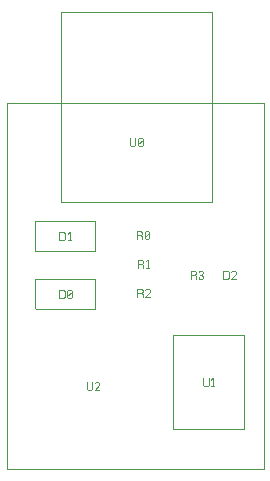
<source format=gto>
G75*
G71*
%OFA0B0*%
%FSLAX23Y23*%
%IPPOS*%
%LPD*%
%ADD10C,0.1*%
%ADD11C,0.111*%
%ADD12C,0.05*%
%LPD*%D10*
X0Y0D02*
X0Y100D01*
X0Y199D01*
X0Y299D01*
X0Y399D01*
X0Y498D01*
X0Y598D01*
X0Y698D01*
X0Y798D01*
X0Y897D01*
X0Y997D01*
X0Y1097D01*
X0Y1196D01*
X0Y1296D01*
X0Y1396D01*
X0Y1495D01*
X0Y1595D01*
X0Y1695D01*
X0Y1795D01*
X0Y1894D01*
X0Y1994D01*
X0Y2094D01*
X0Y2193D01*
X0Y2293D01*
X0Y2393D01*
X0Y2492D01*
X0Y2592D01*
X0Y2692D01*
X0Y2791D01*
X0Y2891D01*
X0Y2991D01*
X0Y3091D01*
X0Y3190D01*
X0Y3290D01*
X0Y3390D01*
X0Y3489D01*
X0Y3589D01*
X0Y3689D01*
X0Y3788D01*
X0Y3888D01*
X0Y3988D01*
X0Y4088D01*
X0Y4187D01*
X0Y4287D01*
X0Y4387D01*
X0Y4486D01*
X0Y4586D01*
X0Y4686D01*
X0Y4785D01*
X0Y4885D01*
X0Y4985D01*
X0Y5084D01*
X0Y5184D01*
X0Y5284D01*
X0Y5384D01*
X0Y5483D01*
X0Y5583D01*
X0Y5683D01*
X0Y5782D01*
X0Y5882D01*
X0Y5982D01*
X0Y6081D01*
X0Y6181D01*
X0Y6281D01*
X0Y6380D01*
X0Y6480D01*
X0Y6580D01*
X0Y6680D01*
X0Y6779D01*
X0Y6879D01*
X0Y6979D01*
X0Y7078D01*
X0Y7178D01*
X0Y7278D01*
X0Y7377D01*
X0Y7477D01*
X0Y7577D01*
X0Y7677D01*
X0Y7776D01*
X0Y7876D01*
X0Y7976D01*
X0Y8075D01*
X0Y8175D01*
X0Y8275D01*
X0Y8374D01*
X0Y8474D01*
X0Y8574D01*
X0Y8673D01*
X0Y8773D01*
X0Y8873D01*
X0Y8973D01*
X0Y9072D01*
X0Y9172D01*
X0Y9272D01*
X0Y9371D01*
X0Y9471D01*
X0Y9571D01*
X0Y9670D01*
X0Y9770D01*
X0Y9870D01*
X0Y9970D01*
X0Y10069D01*
X0Y10169D01*
X0Y10269D01*
X0Y10368D01*
X0Y10468D01*
X0Y10568D01*
X0Y10667D01*
X0Y10767D01*
X0Y10867D01*
X0Y10966D01*
X0Y11066D01*
X0Y11166D01*
X0Y11266D01*
X0Y11365D01*
X0Y11465D01*
X0Y11565D01*
X0Y11664D01*
X0Y11764D01*
X0Y11864D01*
X0Y11963D01*
X0Y12063D01*
X0Y12163D01*
X0Y12262D01*
X0Y12362D01*
X0Y12462D01*
X0Y12562D01*
X0Y12661D01*
X0Y12761D01*
X0Y12861D01*
X0Y12960D01*
X0Y13060D01*
X0Y13160D01*
X0Y13259D01*
X0Y13359D01*
X0Y13459D01*
X0Y13559D01*
X0Y13658D01*
X0Y13758D01*
X0Y13858D01*
X0Y13957D01*
X0Y14057D01*
X0Y14157D01*
X0Y14256D01*
X0Y14356D01*
X0Y14456D01*
X0Y14555D01*
X0Y14655D01*
X0Y14755D01*
X0Y14855D01*
X0Y14954D01*
X0Y15054D01*
X0Y15154D01*
X0Y15253D01*
X0Y15353D01*
X0Y15453D01*
X0Y15552D01*
X0Y15652D01*
X0Y15752D01*
X0Y15852D01*
X0Y15951D01*
X0Y16051D01*
X0Y16151D01*
X0Y16250D01*
X0Y16350D01*
X0Y16450D01*
X0Y16549D01*
X0Y16649D01*
X0Y16749D01*
X0Y16848D01*
X0Y16948D01*
X0Y17048D01*
X0Y17148D01*
X0Y17247D01*
X0Y17347D01*
X0Y17447D01*
X0Y17546D01*
X0Y17646D01*
X0Y17746D01*
X0Y17845D01*
X0Y17945D01*
X0Y18045D01*
X0Y18145D01*
X0Y18244D01*
X0Y18344D01*
X0Y18444D01*
X0Y18543D01*
X0Y18643D01*
X0Y18743D01*
X0Y18842D01*
X0Y18942D01*
X0Y19042D01*
X0Y19141D01*
X0Y19241D01*
X0Y19341D01*
X0Y19441D01*
X0Y19540D01*
X0Y19640D01*
X0Y19740D01*
X0Y19839D01*
X0Y19939D01*
X0Y20039D01*
X0Y20138D01*
X0Y20238D01*
X0Y20338D01*
X0Y20438D01*
X0Y20537D01*
X0Y20637D01*
X0Y20737D01*
X0Y20836D01*
X0Y20936D01*
X0Y21036D01*
X0Y21135D01*
X0Y21235D01*
X0Y21335D01*
X0Y21434D01*
X0Y21534D01*
X0Y21634D01*
X0Y21734D01*
X0Y21833D01*
X0Y21933D01*
X0Y22033D01*
X0Y22132D01*
X0Y22232D01*
X0Y22332D01*
X0Y22431D01*
X0Y22531D01*
X0Y22631D01*
X0Y22731D01*
X0Y22830D01*
X0Y22930D01*
X0Y23030D01*
X0Y23129D01*
X0Y23229D01*
X0Y23329D01*
X0Y23428D01*
X0Y23528D01*
X0Y23628D01*
X0Y23727D01*
X0Y23827D01*
X0Y23927D01*
X0Y24027D01*
X0Y24126D01*
X0Y24226D01*
X0Y24326D01*
X0Y24425D01*
X0Y24525D01*
X0Y24625D01*
X0Y24724D01*
X0Y24824D01*
X0Y24924D01*
X0Y25024D01*
X0Y25123D01*
X0Y25223D01*
X0Y25323D01*
X0Y25422D01*
X0Y25522D01*
X0Y25622D01*
X0Y25721D01*
X0Y25821D01*
X0Y25921D01*
X0Y26020D01*
X0Y26120D01*
X0Y26220D01*
X0Y26320D01*
X0Y26419D01*
X0Y26519D01*
X0Y26619D01*
X0Y26718D01*
X0Y26818D01*
X0Y26918D01*
X0Y27017D01*
X0Y27117D01*
X0Y27217D01*
X0Y27317D01*
X0Y27416D01*
X0Y27516D01*
X0Y27616D01*
X0Y27715D01*
X0Y27815D01*
X0Y27915D01*
X0Y28014D01*
X0Y28114D01*
X0Y28214D01*
X0Y28313D01*
X0Y28413D01*
X0Y28513D01*
X0Y28613D01*
X0Y28712D01*
X0Y28812D01*
X0Y28912D01*
X0Y29011D01*
X0Y29111D01*
X0Y29211D01*
X0Y29310D01*
X0Y29410D01*
X0Y29510D01*
X0Y29610D01*
X0Y29709D01*
X0Y29809D01*
X0Y29909D01*
X0Y30008D01*
X0Y30108D01*
X0Y30208D01*
X0Y30307D01*
X0Y30407D01*
X0Y30507D01*
X0Y30607D01*
X0Y30706D01*
X0Y30806D01*
X0Y30906D01*
X0Y31005D01*
X100Y31005D01*
X199Y31005D01*
X299Y31005D01*
X398Y31005D01*
X498Y31005D01*
X598Y31005D01*
X697Y31005D01*
X797Y31005D01*
X897Y31005D01*
X996Y31005D01*
X1096Y31005D01*
X1195Y31005D01*
X1295Y31005D01*
X1395Y31005D01*
X1494Y31005D01*
X1594Y31005D01*
X1694Y31005D01*
X1793Y31005D01*
X1893Y31005D01*
X1992Y31005D01*
X2092Y31005D01*
X2192Y31005D01*
X2291Y31005D01*
X2391Y31005D01*
X2490Y31005D01*
X2590Y31005D01*
X2690Y31005D01*
X2789Y31005D01*
X2889Y31005D01*
X2989Y31005D01*
X3088Y31005D01*
X3188Y31005D01*
X3287Y31005D01*
X3387Y31005D01*
X3487Y31005D01*
X3586Y31005D01*
X3686Y31005D01*
X3785Y31005D01*
X3885Y31005D01*
X3985Y31005D01*
X4084Y31005D01*
X4184Y31005D01*
X4284Y31005D01*
X4383Y31005D01*
X4483Y31005D01*
X4582Y31005D01*
X4682Y31005D01*
X4782Y31005D01*
X4881Y31005D01*
X4981Y31005D01*
X5081Y31005D01*
X5180Y31005D01*
X5280Y31005D01*
X5379Y31005D01*
X5479Y31005D01*
X5579Y31005D01*
X5678Y31005D01*
X5778Y31005D01*
X5877Y31005D01*
X5977Y31005D01*
X6077Y31005D01*
X6176Y31005D01*
X6276Y31005D01*
X6376Y31005D01*
X6475Y31005D01*
X6575Y31005D01*
X6674Y31005D01*
X6774Y31005D01*
X6874Y31005D01*
X6973Y31005D01*
X7073Y31005D01*
X7173Y31005D01*
X7272Y31005D01*
X7372Y31005D01*
X7471Y31005D01*
X7571Y31005D01*
X7671Y31005D01*
X7770Y31005D01*
X7870Y31005D01*
X7969Y31005D01*
X8069Y31005D01*
X8169Y31005D01*
X8268Y31005D01*
X8368Y31005D01*
X8468Y31005D01*
X8567Y31005D01*
X8667Y31005D01*
X8766Y31005D01*
X8866Y31005D01*
X8966Y31005D01*
X9065Y31005D01*
X9165Y31005D01*
X9265Y31005D01*
X9364Y31005D01*
X9464Y31005D01*
X9563Y31005D01*
X9663Y31005D01*
X9763Y31005D01*
X9862Y31005D01*
X9962Y31005D01*
X10061Y31005D01*
X10161Y31005D01*
X10261Y31005D01*
X10360Y31005D01*
X10460Y31005D01*
X10560Y31005D01*
X10659Y31005D01*
X10759Y31005D01*
X10858Y31005D01*
X10958Y31005D01*
X11058Y31005D01*
X11157Y31005D01*
X11257Y31005D01*
X11357Y31005D01*
X11456Y31005D01*
X11556Y31005D01*
X11655Y31005D01*
X11755Y31005D01*
X11855Y31005D01*
X11954Y31005D01*
X12054Y31005D01*
X12153Y31005D01*
X12253Y31005D01*
X12353Y31005D01*
X12452Y31005D01*
X12552Y31005D01*
X12652Y31005D01*
X12751Y31005D01*
X12851Y31005D01*
X12950Y31005D01*
X13050Y31005D01*
X13150Y31005D01*
X13249Y31005D01*
X13349Y31005D01*
X13449Y31005D01*
X13548Y31005D01*
X13648Y31005D01*
X13747Y31005D01*
X13847Y31005D01*
X13947Y31005D01*
X14046Y31005D01*
X14146Y31005D01*
X14245Y31005D01*
X14345Y31005D01*
X14445Y31005D01*
X14544Y31005D01*
X14644Y31005D01*
X14744Y31005D01*
X14843Y31005D01*
X14943Y31005D01*
X15042Y31005D01*
X15142Y31005D01*
X15242Y31005D01*
X15341Y31005D01*
X15441Y31005D01*
X15540Y31005D01*
X15640Y31005D01*
X15740Y31005D01*
X15839Y31005D01*
X15939Y31005D01*
X16039Y31005D01*
X16138Y31005D01*
X16238Y31005D01*
X16337Y31005D01*
X16437Y31005D01*
X16537Y31005D01*
X16636Y31005D01*
X16736Y31005D01*
X16836Y31005D01*
X16935Y31005D01*
X17035Y31005D01*
X17134Y31005D01*
X17234Y31005D01*
X17334Y31005D01*
X17433Y31005D01*
X17533Y31005D01*
X17632Y31005D01*
X17732Y31005D01*
X17832Y31005D01*
X17931Y31005D01*
X18031Y31005D01*
X18131Y31005D01*
X18230Y31005D01*
X18330Y31005D01*
X18429Y31005D01*
X18529Y31005D01*
X18629Y31005D01*
X18728Y31005D01*
X18828Y31005D01*
X18928Y31005D01*
X19027Y31005D01*
X19127Y31005D01*
X19226Y31005D01*
X19326Y31005D01*
X19426Y31005D01*
X19525Y31005D01*
X19625Y31005D01*
X19725Y31005D01*
X19824Y31005D01*
X19924Y31005D01*
X20023Y31005D01*
X20123Y31005D01*
X20223Y31005D01*
X20322Y31005D01*
X20422Y31005D01*
X20521Y31005D01*
X20621Y31005D01*
X20721Y31005D01*
X20820Y31005D01*
X20920Y31005D01*
X21020Y31005D01*
X21119Y31005D01*
X21219Y31005D01*
X21318Y31005D01*
X21418Y31005D01*
X21518Y31005D01*
X21617Y31005D01*
X21717Y31005D01*
X21717Y30906D01*
X21717Y30806D01*
X21717Y30706D01*
X21717Y30607D01*
X21717Y30507D01*
X21717Y30407D01*
X21717Y30307D01*
X21717Y30208D01*
X21717Y30108D01*
X21717Y30008D01*
X21717Y29909D01*
X21717Y29809D01*
X21717Y29709D01*
X21717Y29610D01*
X21717Y29510D01*
X21717Y29410D01*
X21717Y29311D01*
X21717Y29211D01*
X21717Y29111D01*
X21717Y29011D01*
X21717Y28912D01*
X21717Y28812D01*
X21717Y28712D01*
X21717Y28613D01*
X21717Y28513D01*
X21717Y28413D01*
X21717Y28314D01*
X21717Y28214D01*
X21717Y28114D01*
X21717Y28014D01*
X21717Y27915D01*
X21717Y27815D01*
X21717Y27715D01*
X21717Y27616D01*
X21717Y27516D01*
X21717Y27416D01*
X21717Y27317D01*
X21717Y27217D01*
X21717Y27117D01*
X21717Y27018D01*
X21717Y26918D01*
X21717Y26818D01*
X21717Y26718D01*
X21717Y26619D01*
X21717Y26519D01*
X21717Y26419D01*
X21717Y26320D01*
X21717Y26220D01*
X21717Y26120D01*
X21717Y26021D01*
X21717Y25921D01*
X21717Y25821D01*
X21717Y25721D01*
X21717Y25622D01*
X21717Y25522D01*
X21717Y25422D01*
X21717Y25323D01*
X21717Y25223D01*
X21717Y25123D01*
X21717Y25024D01*
X21717Y24924D01*
X21717Y24824D01*
X21717Y24725D01*
X21717Y24625D01*
X21717Y24525D01*
X21717Y24425D01*
X21717Y24326D01*
X21717Y24226D01*
X21717Y24126D01*
X21717Y24027D01*
X21717Y23927D01*
X21717Y23827D01*
X21717Y23728D01*
X21717Y23628D01*
X21717Y23528D01*
X21717Y23428D01*
X21717Y23329D01*
X21717Y23229D01*
X21717Y23129D01*
X21717Y23030D01*
X21717Y22930D01*
X21717Y22830D01*
X21717Y22731D01*
X21717Y22631D01*
X21717Y22531D01*
X21717Y22432D01*
X21717Y22332D01*
X21717Y22232D01*
X21717Y22132D01*
X21717Y22033D01*
X21717Y21933D01*
X21717Y21833D01*
X21717Y21734D01*
X21717Y21634D01*
X21717Y21534D01*
X21717Y21435D01*
X21717Y21335D01*
X21717Y21235D01*
X21717Y21135D01*
X21717Y21036D01*
X21717Y20936D01*
X21717Y20836D01*
X21717Y20737D01*
X21717Y20637D01*
X21717Y20537D01*
X21717Y20438D01*
X21717Y20338D01*
X21717Y20238D01*
X21717Y20139D01*
X21717Y20039D01*
X21717Y19939D01*
X21717Y19839D01*
X21717Y19740D01*
X21717Y19640D01*
X21717Y19540D01*
X21717Y19441D01*
X21717Y19341D01*
X21717Y19241D01*
X21717Y19142D01*
X21717Y19042D01*
X21717Y18942D01*
X21717Y18843D01*
X21717Y18743D01*
X21717Y18643D01*
X21717Y18543D01*
X21717Y18444D01*
X21717Y18344D01*
X21717Y18244D01*
X21717Y18145D01*
X21717Y18045D01*
X21717Y17945D01*
X21717Y17846D01*
X21717Y17746D01*
X21717Y17646D01*
X21717Y17546D01*
X21717Y17447D01*
X21717Y17347D01*
X21717Y17247D01*
X21717Y17148D01*
X21717Y17048D01*
X21717Y16948D01*
X21717Y16849D01*
X21717Y16749D01*
X21717Y16649D01*
X21717Y16550D01*
X21717Y16450D01*
X21717Y16350D01*
X21717Y16250D01*
X21717Y16151D01*
X21717Y16051D01*
X21717Y15951D01*
X21717Y15852D01*
X21717Y15752D01*
X21717Y15652D01*
X21717Y15553D01*
X21717Y15453D01*
X21717Y15353D01*
X21717Y15253D01*
X21717Y15154D01*
X21717Y15054D01*
X21717Y14954D01*
X21717Y14855D01*
X21717Y14755D01*
X21717Y14655D01*
X21717Y14556D01*
X21717Y14456D01*
X21717Y14356D01*
X21717Y14257D01*
X21717Y14157D01*
X21717Y14057D01*
X21717Y13957D01*
X21717Y13858D01*
X21717Y13758D01*
X21717Y13658D01*
X21717Y13559D01*
X21717Y13459D01*
X21717Y13359D01*
X21717Y13260D01*
X21717Y13160D01*
X21717Y13060D01*
X21717Y12961D01*
X21717Y12861D01*
X21717Y12761D01*
X21717Y12661D01*
X21717Y12562D01*
X21717Y12462D01*
X21717Y12362D01*
X21717Y12263D01*
X21717Y12163D01*
X21717Y12063D01*
X21717Y11964D01*
X21717Y11864D01*
X21717Y11764D01*
X21717Y11664D01*
X21717Y11565D01*
X21717Y11465D01*
X21717Y11365D01*
X21717Y11266D01*
X21717Y11166D01*
X21717Y11066D01*
X21717Y10967D01*
X21717Y10867D01*
X21717Y10767D01*
X21717Y10667D01*
X21717Y10568D01*
X21717Y10468D01*
X21717Y10368D01*
X21717Y10269D01*
X21717Y10169D01*
X21717Y10069D01*
X21717Y9970D01*
X21717Y9870D01*
X21717Y9770D01*
X21717Y9671D01*
X21717Y9571D01*
X21717Y9471D01*
X21717Y9371D01*
X21717Y9272D01*
X21717Y9172D01*
X21717Y9072D01*
X21717Y8973D01*
X21717Y8873D01*
X21717Y8773D01*
X21717Y8674D01*
X21717Y8574D01*
X21717Y8474D01*
X21717Y8375D01*
X21717Y8275D01*
X21717Y8175D01*
X21717Y8075D01*
X21717Y7976D01*
X21717Y7876D01*
X21717Y7776D01*
X21717Y7677D01*
X21717Y7577D01*
X21717Y7477D01*
X21717Y7378D01*
X21717Y7278D01*
X21717Y7178D01*
X21717Y7078D01*
X21717Y6979D01*
X21717Y6879D01*
X21717Y6779D01*
X21717Y6680D01*
X21717Y6580D01*
X21717Y6480D01*
X21717Y6381D01*
X21717Y6281D01*
X21717Y6181D01*
X21717Y6082D01*
X21717Y5982D01*
X21717Y5882D01*
X21717Y5782D01*
X21717Y5683D01*
X21717Y5583D01*
X21717Y5483D01*
X21717Y5384D01*
X21717Y5284D01*
X21717Y5184D01*
X21717Y5085D01*
X21717Y4985D01*
X21717Y4885D01*
X21717Y4785D01*
X21717Y4686D01*
X21717Y4586D01*
X21717Y4486D01*
X21717Y4387D01*
X21717Y4287D01*
X21717Y4187D01*
X21717Y4088D01*
X21717Y3988D01*
X21717Y3888D01*
X21717Y3788D01*
X21717Y3689D01*
X21717Y3589D01*
X21717Y3489D01*
X21717Y3390D01*
X21717Y3290D01*
X21717Y3190D01*
X21717Y3091D01*
X21717Y2991D01*
X21717Y2891D01*
X21717Y2792D01*
X21717Y2692D01*
X21717Y2592D01*
X21717Y2492D01*
X21717Y2393D01*
X21717Y2293D01*
X21717Y2193D01*
X21717Y2094D01*
X21717Y1994D01*
X21717Y1894D01*
X21717Y1795D01*
X21717Y1695D01*
X21717Y1595D01*
X21717Y1495D01*
X21717Y1396D01*
X21717Y1296D01*
X21717Y1196D01*
X21717Y1097D01*
X21717Y997D01*
X21717Y897D01*
X21717Y798D01*
X21717Y698D01*
X21717Y598D01*
X21717Y499D01*
X21717Y399D01*
X21717Y299D01*
X21717Y199D01*
X21717Y100D01*
X21717Y0D01*
X21617Y0D01*
X21518Y0D01*
X21418Y0D01*
X21318Y0D01*
X21219Y0D01*
X21119Y0D01*
X21020Y0D01*
X20920Y0D01*
X20820Y0D01*
X20721Y0D01*
X20621Y0D01*
X20522Y0D01*
X20422Y0D01*
X20322Y0D01*
X20223Y0D01*
X20123Y0D01*
X20023Y0D01*
X19924Y0D01*
X19824Y0D01*
X19725Y0D01*
X19625Y0D01*
X19525Y0D01*
X19426Y0D01*
X19326Y0D01*
X19226Y0D01*
X19127Y0D01*
X19027Y0D01*
X18928Y0D01*
X18828Y0D01*
X18728Y0D01*
X18629Y0D01*
X18529Y0D01*
X18430Y0D01*
X18330Y0D01*
X18230Y0D01*
X18131Y0D01*
X18031Y0D01*
X17931Y0D01*
X17832Y0D01*
X17732Y0D01*
X17633Y0D01*
X17533Y0D01*
X17433Y0D01*
X17334Y0D01*
X17234Y0D01*
X17134Y0D01*
X17035Y0D01*
X16935Y0D01*
X16836Y0D01*
X16736Y0D01*
X16636Y0D01*
X16537Y0D01*
X16437Y0D01*
X16338Y0D01*
X16238Y0D01*
X16138Y0D01*
X16039Y0D01*
X15939Y0D01*
X15839Y0D01*
X15740Y0D01*
X15640Y0D01*
X15541Y0D01*
X15441Y0D01*
X15341Y0D01*
X15242Y0D01*
X15142Y0D01*
X15042Y0D01*
X14943Y0D01*
X14843Y0D01*
X14744Y0D01*
X14644Y0D01*
X14544Y0D01*
X14445Y0D01*
X14345Y0D01*
X14246Y0D01*
X14146Y0D01*
X14046Y0D01*
X13947Y0D01*
X13847Y0D01*
X13747Y0D01*
X13648Y0D01*
X13548Y0D01*
X13449Y0D01*
X13349Y0D01*
X13249Y0D01*
X13150Y0D01*
X13050Y0D01*
X12950Y0D01*
X12851Y0D01*
X12751Y0D01*
X12652Y0D01*
X12552Y0D01*
X12452Y0D01*
X12353Y0D01*
X12253Y0D01*
X12154Y0D01*
X12054Y0D01*
X11954Y0D01*
X11855Y0D01*
X11755Y0D01*
X11655Y0D01*
X11556Y0D01*
X11456Y0D01*
X11357Y0D01*
X11257Y0D01*
X11157Y0D01*
X11058Y0D01*
X10958Y0D01*
X10859Y0D01*
X10759Y0D01*
X10659Y0D01*
X10560Y0D01*
X10460Y0D01*
X10360Y0D01*
X10261Y0D01*
X10161Y0D01*
X10062Y0D01*
X9962Y0D01*
X9862Y0D01*
X9763Y0D01*
X9663Y0D01*
X9563Y0D01*
X9464Y0D01*
X9364Y0D01*
X9265Y0D01*
X9165Y0D01*
X9065Y0D01*
X8966Y0D01*
X8866Y0D01*
X8767Y0D01*
X8667Y0D01*
X8567Y0D01*
X8468Y0D01*
X8368Y0D01*
X8268Y0D01*
X8169Y0D01*
X8069Y0D01*
X7970Y0D01*
X7870Y0D01*
X7770Y0D01*
X7671Y0D01*
X7571Y0D01*
X7471Y0D01*
X7372Y0D01*
X7272Y0D01*
X7173Y0D01*
X7073Y0D01*
X6973Y0D01*
X6874Y0D01*
X6774Y0D01*
X6675Y0D01*
X6575Y0D01*
X6475Y0D01*
X6376Y0D01*
X6276Y0D01*
X6176Y0D01*
X6077Y0D01*
X5977Y0D01*
X5878Y0D01*
X5778Y0D01*
X5678Y0D01*
X5579Y0D01*
X5479Y0D01*
X5379Y0D01*
X5280Y0D01*
X5180Y0D01*
X5081Y0D01*
X4981Y0D01*
X4881Y0D01*
X4782Y0D01*
X4682Y0D01*
X4583Y0D01*
X4483Y0D01*
X4383Y0D01*
X4284Y0D01*
X4184Y0D01*
X4084Y0D01*
X3985Y0D01*
X3885Y0D01*
X3786Y0D01*
X3686Y0D01*
X3586Y0D01*
X3487Y0D01*
X3387Y0D01*
X3287Y0D01*
X3188Y0D01*
X3088Y0D01*
X2989Y0D01*
X2889Y0D01*
X2789Y0D01*
X2690Y0D01*
X2590Y0D01*
X2491Y0D01*
X2391Y0D01*
X2291Y0D01*
X2192Y0D01*
X2092Y0D01*
X1992Y0D01*
X1893Y0D01*
X1793Y0D01*
X1694Y0D01*
X1594Y0D01*
X1494Y0D01*
X1395Y0D01*
X1295Y0D01*
X1195Y0D01*
X1096Y0D01*
X996Y0D01*
X897Y0D01*
X797Y0D01*
X697Y0D01*
X598Y0D01*
X498Y0D01*
X399Y0D01*
X299Y0D01*
X199Y0D01*
X100Y0D01*
X0Y0D01*
X0Y0D01*
X0Y0D01*
X0Y0D01*
X0Y0D01*
X0Y0D01*
D11*
X10414Y28027D02*
X10414Y27444D01*
X10497Y27360D01*
X10775Y27360D01*
X10859Y27444D01*
X10859Y28027D01*
D11*
X11164Y27360D02*
X11081Y27444D01*
X11081Y27944D01*
X11164Y28027D01*
X11386Y28027D01*
X11470Y27944D01*
X11470Y27444D01*
X11386Y27360D01*
X11164Y27360D01*
D11*
X11081Y27527D02*
X11470Y27860D01*
D12*
X4542Y38694D02*
X4542Y38594D01*
X4542Y38494D01*
X4542Y38394D01*
X4542Y38294D01*
X4542Y38194D01*
X4542Y38094D01*
X4542Y37994D01*
X4542Y37894D01*
X4542Y37794D01*
X4542Y37694D01*
X4542Y37594D01*
X4542Y37494D01*
X4542Y37394D01*
X4542Y37294D01*
X4542Y37194D01*
X4542Y37094D01*
X4542Y36994D01*
X4542Y36894D01*
X4542Y36794D01*
X4542Y36694D01*
X4542Y36594D01*
X4542Y36494D01*
X4542Y36394D01*
X4542Y36294D01*
X4542Y36194D01*
X4542Y36094D01*
X4542Y35994D01*
X4542Y35894D01*
X4542Y35794D01*
X4542Y35694D01*
X4542Y35594D01*
X4542Y35494D01*
X4542Y35394D01*
X4542Y35294D01*
X4542Y35194D01*
X4542Y35094D01*
X4542Y34994D01*
X4542Y34894D01*
X4542Y34794D01*
X4542Y34694D01*
X4542Y34594D01*
X4542Y34494D01*
X4542Y34394D01*
X4542Y34294D01*
X4542Y34194D01*
X4542Y34094D01*
X4542Y33994D01*
X4542Y33894D01*
X4542Y33794D01*
X4542Y33694D01*
X4542Y33594D01*
X4542Y33494D01*
X4542Y33394D01*
X4542Y33294D01*
X4542Y33194D01*
X4542Y33094D01*
X4542Y32994D01*
X4542Y32894D01*
X4542Y32794D01*
X4542Y32694D01*
X4542Y32594D01*
X4542Y32494D01*
X4542Y32394D01*
X4542Y32294D01*
X4542Y32194D01*
X4542Y32094D01*
X4542Y31994D01*
X4542Y31894D01*
X4542Y31794D01*
X4542Y31694D01*
X4542Y31594D01*
X4542Y31494D01*
X4542Y31394D01*
X4542Y31294D01*
X4542Y31194D01*
X4542Y31094D01*
X4542Y30994D01*
X4542Y30894D01*
X4542Y30794D01*
X4542Y30694D01*
X4542Y30594D01*
X4542Y30494D01*
X4542Y30394D01*
X4542Y30294D01*
X4542Y30194D01*
X4542Y30094D01*
X4542Y29994D01*
X4542Y29894D01*
X4542Y29794D01*
X4542Y29694D01*
X4542Y29594D01*
X4542Y29494D01*
X4542Y29394D01*
X4542Y29294D01*
X4542Y29194D01*
X4542Y29094D01*
X4542Y28994D01*
X4542Y28894D01*
X4542Y28794D01*
X4542Y28694D01*
X4542Y28594D01*
X4542Y28494D01*
X4542Y28394D01*
X4542Y28294D01*
X4542Y28194D01*
X4542Y28094D01*
X4542Y27994D01*
X4542Y27894D01*
X4542Y27794D01*
X4542Y27694D01*
X4542Y27594D01*
X4542Y27494D01*
X4542Y27394D01*
X4542Y27294D01*
X4542Y27194D01*
X4542Y27094D01*
X4542Y26994D01*
X4542Y26894D01*
X4542Y26794D01*
X4542Y26694D01*
X4542Y26594D01*
X4542Y26494D01*
X4542Y26394D01*
X4542Y26294D01*
X4542Y26194D01*
X4542Y26094D01*
X4542Y25994D01*
X4542Y25894D01*
X4542Y25794D01*
X4542Y25694D01*
X4542Y25594D01*
X4542Y25494D01*
X4542Y25394D01*
X4542Y25294D01*
X4542Y25194D01*
X4542Y25094D01*
X4542Y24994D01*
X4542Y24894D01*
X4542Y24794D01*
X4542Y24694D01*
X4542Y24594D01*
X4542Y24494D01*
X4542Y24394D01*
X4542Y24294D01*
X4542Y24194D01*
X4542Y24094D01*
X4542Y23994D01*
X4542Y23894D01*
X4542Y23794D01*
X4542Y23694D01*
X4542Y23594D01*
X4542Y23494D01*
X4542Y23394D01*
X4542Y23294D01*
X4542Y23194D01*
X4542Y23094D01*
X4542Y22994D01*
X4542Y22894D01*
X4542Y22794D01*
X4542Y22694D01*
X4542Y22594D01*
X4642Y22594D01*
X4742Y22594D01*
X4842Y22594D01*
X4942Y22594D01*
X5042Y22594D01*
X5142Y22594D01*
X5242Y22594D01*
X5342Y22594D01*
X5442Y22594D01*
X5542Y22594D01*
X5642Y22594D01*
X5742Y22594D01*
X5842Y22594D01*
X5942Y22594D01*
X6042Y22594D01*
X6142Y22594D01*
X6242Y22594D01*
X6342Y22594D01*
X6442Y22594D01*
X6542Y22594D01*
X6642Y22594D01*
X6742Y22594D01*
X6842Y22594D01*
X6942Y22594D01*
X7042Y22594D01*
X7142Y22594D01*
X7242Y22594D01*
X7342Y22594D01*
X7442Y22594D01*
X7542Y22594D01*
X7642Y22594D01*
X7742Y22594D01*
X7842Y22594D01*
X7942Y22594D01*
X8042Y22594D01*
X8142Y22594D01*
X8242Y22594D01*
X8342Y22594D01*
X8442Y22594D01*
X8542Y22594D01*
X8642Y22594D01*
X8742Y22594D01*
X8842Y22594D01*
X8942Y22594D01*
X9042Y22594D01*
X9142Y22594D01*
X9242Y22594D01*
X9342Y22594D01*
X9442Y22594D01*
X9542Y22594D01*
X9642Y22594D01*
X9742Y22594D01*
X9842Y22594D01*
X9942Y22594D01*
X10042Y22594D01*
X10142Y22594D01*
X10242Y22594D01*
X10342Y22594D01*
X10442Y22594D01*
X10542Y22594D01*
X10642Y22594D01*
X10742Y22594D01*
X10842Y22594D01*
X10942Y22594D01*
X11042Y22594D01*
X11142Y22594D01*
X11242Y22594D01*
X11342Y22594D01*
X11442Y22594D01*
X11542Y22594D01*
X11642Y22594D01*
X11742Y22594D01*
X11842Y22594D01*
X11942Y22594D01*
X12042Y22594D01*
X12142Y22594D01*
X12242Y22594D01*
X12342Y22594D01*
X12442Y22594D01*
X12542Y22594D01*
X12642Y22594D01*
X12742Y22594D01*
X12842Y22594D01*
X12942Y22594D01*
X13042Y22594D01*
X13142Y22594D01*
X13242Y22594D01*
X13342Y22594D01*
X13442Y22594D01*
X13542Y22594D01*
X13642Y22594D01*
X13742Y22594D01*
X13842Y22594D01*
X13942Y22594D01*
X14042Y22594D01*
X14142Y22594D01*
X14242Y22594D01*
X14342Y22594D01*
X14442Y22594D01*
X14542Y22594D01*
X14642Y22594D01*
X14742Y22594D01*
X14842Y22594D01*
X14942Y22594D01*
X15042Y22594D01*
X15142Y22594D01*
X15242Y22594D01*
X15342Y22594D01*
X15442Y22594D01*
X15542Y22594D01*
X15642Y22594D01*
X15742Y22594D01*
X15842Y22594D01*
X15942Y22594D01*
X16042Y22594D01*
X16142Y22594D01*
X16242Y22594D01*
X16342Y22594D01*
X16442Y22594D01*
X16542Y22594D01*
X16642Y22594D01*
X16742Y22594D01*
X16842Y22594D01*
X16942Y22594D01*
X17042Y22594D01*
X17142Y22594D01*
X17242Y22594D01*
X17342Y22594D01*
X17342Y22694D01*
X17342Y22794D01*
X17342Y22894D01*
X17342Y22994D01*
X17342Y23094D01*
X17342Y23194D01*
X17342Y23294D01*
X17342Y23394D01*
X17342Y23494D01*
X17342Y23594D01*
X17342Y23694D01*
X17342Y23794D01*
X17342Y23894D01*
X17342Y23994D01*
X17342Y24094D01*
X17342Y24194D01*
X17342Y24294D01*
X17342Y24394D01*
X17342Y24494D01*
X17342Y24594D01*
X17342Y24694D01*
X17342Y24794D01*
X17342Y24894D01*
X17342Y24994D01*
X17342Y25094D01*
X17342Y25194D01*
X17342Y25294D01*
X17342Y25394D01*
X17342Y25494D01*
X17342Y25594D01*
X17342Y25694D01*
X17342Y25794D01*
X17342Y25894D01*
X17342Y25994D01*
X17342Y26094D01*
X17342Y26194D01*
X17342Y26294D01*
X17342Y26394D01*
X17342Y26494D01*
X17342Y26594D01*
X17342Y26694D01*
X17342Y26794D01*
X17342Y26894D01*
X17342Y26994D01*
X17342Y27094D01*
X17342Y27194D01*
X17342Y27294D01*
X17342Y27394D01*
X17342Y27494D01*
X17342Y27594D01*
X17342Y27694D01*
X17342Y27794D01*
X17342Y27894D01*
X17342Y27994D01*
X17342Y28094D01*
X17342Y28194D01*
X17342Y28294D01*
X17342Y28394D01*
X17342Y28494D01*
X17342Y28594D01*
X17342Y28694D01*
X17342Y28794D01*
X17342Y28894D01*
X17342Y28994D01*
X17342Y29094D01*
X17342Y29194D01*
X17342Y29294D01*
X17342Y29394D01*
X17342Y29494D01*
X17342Y29594D01*
X17342Y29694D01*
X17342Y29794D01*
X17342Y29894D01*
X17342Y29994D01*
X17342Y30093D01*
X17342Y30194D01*
X17342Y30294D01*
X17342Y30394D01*
X17342Y30494D01*
X17342Y30594D01*
X17342Y30694D01*
X17342Y30794D01*
X17342Y30894D01*
X17342Y30994D01*
X17342Y31094D01*
X17342Y31194D01*
X17342Y31293D01*
X17342Y31394D01*
X17342Y31494D01*
X17342Y31593D01*
X17342Y31693D01*
X17342Y31794D01*
X17342Y31893D01*
X17342Y31994D01*
X17342Y32093D01*
X17342Y32194D01*
X17342Y32294D01*
X17342Y32394D01*
X17342Y32494D01*
X17342Y32594D01*
X17342Y32694D01*
X17342Y32794D01*
X17342Y32894D01*
X17342Y32993D01*
X17342Y33094D01*
X17342Y33193D01*
X17342Y33294D01*
X17342Y33394D01*
X17342Y33493D01*
X17342Y33594D01*
X17342Y33694D01*
X17342Y33794D01*
X17342Y33894D01*
X17342Y33993D01*
X17342Y34094D01*
X17342Y34193D01*
X17342Y34294D01*
X17342Y34393D01*
X17342Y34493D01*
X17342Y34593D01*
X17342Y34694D01*
X17342Y34793D01*
X17342Y34893D01*
X17342Y34994D01*
X17342Y35094D01*
X17342Y35193D01*
X17342Y35294D01*
X17342Y35393D01*
X17342Y35494D01*
X17342Y35594D01*
X17342Y35693D01*
X17342Y35793D01*
X17342Y35894D01*
X17342Y35994D01*
X17342Y36094D01*
X17342Y36193D01*
X17342Y36294D01*
X17342Y36394D01*
X17342Y36494D01*
X17342Y36594D01*
X17342Y36694D01*
X17342Y36793D01*
X17342Y36894D01*
X17342Y36994D01*
X17342Y37093D01*
X17342Y37194D01*
X17342Y37294D01*
X17342Y37394D01*
X17342Y37494D01*
X17342Y37594D01*
X17342Y37694D01*
X17342Y37794D01*
X17342Y37894D01*
X17342Y37994D01*
X17342Y38094D01*
X17342Y38194D01*
X17342Y38294D01*
X17342Y38394D01*
X17342Y38494D01*
X17342Y38594D01*
X17342Y38694D01*
X17242Y38694D01*
X17142Y38694D01*
X17042Y38694D01*
X16942Y38694D01*
X16842Y38694D01*
X16742Y38694D01*
X16642Y38694D01*
X16542Y38694D01*
X16442Y38694D01*
X16342Y38694D01*
X16242Y38694D01*
X16142Y38694D01*
X16042Y38694D01*
X15942Y38694D01*
X15842Y38694D01*
X15742Y38694D01*
X15642Y38694D01*
X15542Y38694D01*
X15442Y38694D01*
X15342Y38694D01*
X15242Y38694D01*
X15142Y38694D01*
X15042Y38694D01*
X14942Y38694D01*
X14842Y38694D01*
X14742Y38694D01*
X14642Y38694D01*
X14542Y38694D01*
X14442Y38694D01*
X14342Y38694D01*
X14242Y38694D01*
X14142Y38694D01*
X14042Y38694D01*
X13942Y38694D01*
X13842Y38694D01*
X13742Y38694D01*
X13642Y38694D01*
X13542Y38694D01*
X13442Y38694D01*
X13342Y38694D01*
X13242Y38694D01*
X13142Y38694D01*
X13042Y38694D01*
X12942Y38694D01*
X12842Y38694D01*
X12742Y38694D01*
X12642Y38694D01*
X12542Y38694D01*
X12442Y38694D01*
X12342Y38694D01*
X12242Y38694D01*
X12142Y38694D01*
X12042Y38694D01*
X11942Y38694D01*
X11842Y38694D01*
X11742Y38694D01*
X11642Y38694D01*
X11542Y38694D01*
X11442Y38694D01*
X11342Y38694D01*
X11242Y38694D01*
X11142Y38694D01*
X11042Y38694D01*
X10942Y38694D01*
X10842Y38694D01*
X10742Y38694D01*
X10642Y38694D01*
X10542Y38694D01*
X10442Y38694D01*
X10342Y38694D01*
X10242Y38694D01*
X10142Y38694D01*
X10042Y38694D01*
X9942Y38694D01*
X9842Y38694D01*
X9742Y38694D01*
X9642Y38694D01*
X9542Y38694D01*
X9442Y38694D01*
X9342Y38694D01*
X9242Y38694D01*
X9142Y38694D01*
X9042Y38694D01*
X8942Y38694D01*
X8842Y38694D01*
X8742Y38694D01*
X8642Y38694D01*
X8542Y38694D01*
X8442Y38694D01*
X8342Y38694D01*
X8242Y38694D01*
X8142Y38694D01*
X8042Y38694D01*
X7942Y38694D01*
X7842Y38694D01*
X7742Y38694D01*
X7642Y38694D01*
X7542Y38694D01*
X7442Y38694D01*
X7342Y38694D01*
X7242Y38694D01*
X7142Y38694D01*
X7042Y38694D01*
X6942Y38694D01*
X6842Y38694D01*
X6742Y38694D01*
X6642Y38694D01*
X6542Y38694D01*
X6442Y38694D01*
X6342Y38694D01*
X6242Y38694D01*
X6142Y38694D01*
X6042Y38694D01*
X5942Y38694D01*
X5842Y38694D01*
X5742Y38694D01*
X5642Y38694D01*
X5542Y38694D01*
X5442Y38694D01*
X5342Y38694D01*
X5242Y38694D01*
X5142Y38694D01*
X5042Y38694D01*
X4942Y38694D01*
X4842Y38694D01*
X4742Y38694D01*
X4642Y38694D01*
X4542Y38694D01*
D11*
X6755Y7380D02*
X6755Y6797D01*
X6838Y6714D01*
X7116Y6714D01*
X7199Y6797D01*
X7199Y7380D01*
D11*
X7421Y7269D02*
X7421Y7297D01*
X7505Y7380D01*
X7727Y7380D01*
X7810Y7297D01*
X7810Y7103D01*
X7421Y6714D01*
X7810Y6714D01*
D11*
X15544Y16123D02*
X15544Y16790D01*
X15878Y16790D01*
X15989Y16679D01*
X15989Y16568D01*
X15878Y16457D01*
X15544Y16457D01*
D11*
X15878Y16457D02*
X15989Y16346D01*
X15989Y16123D01*
D11*
X16211Y16679D02*
X16211Y16707D01*
X16294Y16790D01*
X16517Y16790D01*
X16600Y16707D01*
X16600Y16596D01*
X16461Y16457D01*
X16600Y16318D01*
X16600Y16207D01*
X16517Y16123D01*
X16294Y16123D01*
X16211Y16207D01*
X16211Y16234D01*
D11*
X16378Y16457D02*
X16461Y16457D01*
D11*
X11106Y17032D02*
X11106Y17698D01*
X11439Y17698D01*
X11550Y17587D01*
X11550Y17476D01*
X11439Y17365D01*
X11106Y17365D01*
D11*
X11439Y17365D02*
X11550Y17254D01*
X11550Y17032D01*
D11*
X11912Y17032D02*
X11912Y17698D01*
X11856Y17698D01*
X11773Y17587D01*
D11*
X11773Y17032D02*
X12023Y17032D01*
D11*
X10997Y19451D02*
X10997Y20118D01*
X11330Y20118D01*
X11441Y20007D01*
X11441Y19896D01*
X11330Y19785D01*
X10997Y19785D01*
D11*
X11330Y19785D02*
X11441Y19673D01*
X11441Y19451D01*
D11*
X11747Y19451D02*
X11664Y19535D01*
X11664Y20035D01*
X11747Y20118D01*
X11969Y20118D01*
X12053Y20035D01*
X12053Y19535D01*
X11969Y19451D01*
X11747Y19451D01*
D11*
X11664Y19618D02*
X12053Y19951D01*
D11*
X11037Y14560D02*
X11037Y15227D01*
X11370Y15227D01*
X11481Y15116D01*
X11481Y15005D01*
X11370Y14893D01*
X11037Y14893D01*
D11*
X11370Y14893D02*
X11481Y14782D01*
X11481Y14560D01*
D11*
X11703Y15116D02*
X11703Y15143D01*
X11787Y15227D01*
X12009Y15227D01*
X12092Y15143D01*
X12092Y14949D01*
X11703Y14560D01*
X12092Y14560D01*
D11*
X18277Y16123D02*
X18277Y16790D01*
X18666Y16790D01*
X18777Y16679D01*
X18777Y16234D01*
X18666Y16123D01*
X18277Y16123D01*
D11*
X18999Y16679D02*
X18999Y16707D01*
X19083Y16790D01*
X19305Y16790D01*
X19388Y16707D01*
X19388Y16512D01*
X18999Y16123D01*
X19388Y16123D01*
D11*
X4366Y14482D02*
X4366Y15148D01*
X4755Y15148D01*
X4866Y15037D01*
X4866Y14593D01*
X4755Y14482D01*
X4366Y14482D01*
D11*
X5172Y14482D02*
X5089Y14565D01*
X5089Y15065D01*
X5172Y15148D01*
X5394Y15148D01*
X5477Y15065D01*
X5477Y14565D01*
X5394Y14482D01*
X5172Y14482D01*
D11*
X5089Y14648D02*
X5477Y14982D01*
D12*
X2382Y16085D02*
X2482Y16085D01*
X2581Y16085D01*
X2681Y16085D01*
X2780Y16085D01*
X2880Y16085D01*
X2980Y16085D01*
X3079Y16085D01*
X3179Y16085D01*
X3278Y16085D01*
X3378Y16085D01*
X3478Y16085D01*
X3577Y16085D01*
X3677Y16085D01*
X3776Y16085D01*
X3876Y16085D01*
X3976Y16085D01*
X4075Y16085D01*
X4175Y16085D01*
X4274Y16085D01*
X4374Y16085D01*
X4474Y16085D01*
X4573Y16085D01*
X4673Y16085D01*
X4773Y16085D01*
X4872Y16085D01*
X4972Y16085D01*
X5071Y16085D01*
X5171Y16085D01*
X5271Y16085D01*
X5370Y16085D01*
X5470Y16085D01*
X5569Y16085D01*
X5669Y16085D01*
X5769Y16085D01*
X5868Y16085D01*
X5968Y16085D01*
X6067Y16085D01*
X6167Y16085D01*
X6267Y16085D01*
X6366Y16085D01*
X6466Y16085D01*
X6565Y16085D01*
X6665Y16085D01*
X6765Y16085D01*
X6864Y16085D01*
X6964Y16085D01*
X7063Y16085D01*
X7163Y16085D01*
X7263Y16085D01*
X7362Y16085D01*
X7462Y16085D01*
X7462Y15985D01*
X7462Y15886D01*
X7462Y15786D01*
X7462Y15687D01*
X7462Y15587D01*
X7462Y15487D01*
X7462Y15388D01*
X7462Y15288D01*
X7462Y15188D01*
X7462Y15089D01*
X7462Y14989D01*
X7462Y14890D01*
X7462Y14790D01*
X7462Y14690D01*
X7462Y14591D01*
X7462Y14491D01*
X7462Y14392D01*
X7462Y14292D01*
X7462Y14192D01*
X7462Y14093D01*
X7462Y13993D01*
X7462Y13894D01*
X7462Y13794D01*
X7462Y13694D01*
X7462Y13595D01*
X7412Y13545D01*
X7313Y13545D01*
X7213Y13545D01*
X7113Y13545D01*
X7014Y13545D01*
X6914Y13545D01*
X6814Y13545D01*
X6715Y13545D01*
X6615Y13545D01*
X6516Y13545D01*
X6416Y13545D01*
X6316Y13545D01*
X6217Y13545D01*
X6117Y13545D01*
X6018Y13545D01*
X5918Y13545D01*
X5818Y13545D01*
X5719Y13545D01*
X5619Y13545D01*
X5520Y13545D01*
X5420Y13545D01*
X5320Y13545D01*
X5221Y13545D01*
X5121Y13545D01*
X5022Y13545D01*
X4922Y13545D01*
X4822Y13545D01*
X4723Y13545D01*
X4623Y13545D01*
X4524Y13545D01*
X4424Y13545D01*
X4324Y13545D01*
X4225Y13545D01*
X4125Y13545D01*
X4025Y13545D01*
X3926Y13545D01*
X3826Y13545D01*
X3727Y13545D01*
X3627Y13545D01*
X3527Y13545D01*
X3428Y13545D01*
X3328Y13545D01*
X3229Y13545D01*
X3129Y13545D01*
X3029Y13545D01*
X2930Y13545D01*
X2830Y13545D01*
X2731Y13545D01*
X2631Y13545D01*
X2531Y13545D01*
X2432Y13545D01*
X2382Y13595D01*
X2382Y13694D01*
X2382Y13794D01*
X2382Y13894D01*
X2382Y13993D01*
X2382Y14093D01*
X2382Y14192D01*
X2382Y14292D01*
X2382Y14392D01*
X2382Y14491D01*
X2382Y14591D01*
X2382Y14690D01*
X2382Y14790D01*
X2382Y14890D01*
X2382Y14989D01*
X2382Y15089D01*
X2382Y15188D01*
X2382Y15288D01*
X2382Y15388D01*
X2382Y15487D01*
X2382Y15587D01*
X2382Y15687D01*
X2382Y15786D01*
X2382Y15886D01*
X2382Y15985D01*
X2382Y16085D01*
D11*
X4436Y19373D02*
X4436Y20039D01*
X4825Y20039D01*
X4936Y19928D01*
X4936Y19484D01*
X4825Y19373D01*
X4436Y19373D01*
D11*
X5297Y19373D02*
X5297Y20039D01*
X5241Y20039D01*
X5158Y19928D01*
D11*
X5158Y19373D02*
X5408Y19373D01*
D12*
X2382Y20976D02*
X2482Y20976D01*
X2581Y20976D01*
X2681Y20976D01*
X2780Y20976D01*
X2880Y20976D01*
X2980Y20976D01*
X3079Y20976D01*
X3179Y20976D01*
X3278Y20976D01*
X3378Y20976D01*
X3478Y20976D01*
X3577Y20976D01*
X3677Y20976D01*
X3776Y20976D01*
X3876Y20976D01*
X3976Y20976D01*
X4075Y20976D01*
X4175Y20976D01*
X4274Y20976D01*
X4374Y20976D01*
X4474Y20976D01*
X4573Y20976D01*
X4673Y20976D01*
X4773Y20976D01*
X4872Y20976D01*
X4972Y20976D01*
X5071Y20976D01*
X5171Y20976D01*
X5271Y20976D01*
X5370Y20976D01*
X5470Y20976D01*
X5569Y20976D01*
X5669Y20976D01*
X5769Y20976D01*
X5868Y20976D01*
X5968Y20976D01*
X6067Y20976D01*
X6167Y20976D01*
X6267Y20976D01*
X6366Y20976D01*
X6466Y20976D01*
X6565Y20976D01*
X6665Y20976D01*
X6765Y20976D01*
X6864Y20976D01*
X6964Y20976D01*
X7063Y20976D01*
X7163Y20976D01*
X7263Y20976D01*
X7362Y20976D01*
X7462Y20976D01*
X7462Y20877D01*
X7462Y20777D01*
X7462Y20677D01*
X7462Y20578D01*
X7462Y20478D01*
X7462Y20378D01*
X7462Y20279D01*
X7462Y20179D01*
X7462Y20080D01*
X7462Y19980D01*
X7462Y19880D01*
X7462Y19781D01*
X7462Y19681D01*
X7462Y19582D01*
X7462Y19482D01*
X7462Y19382D01*
X7462Y19283D01*
X7462Y19183D01*
X7462Y19084D01*
X7462Y18984D01*
X7462Y18884D01*
X7462Y18785D01*
X7462Y18685D01*
X7462Y18586D01*
X7462Y18486D01*
X7412Y18436D01*
X7313Y18436D01*
X7213Y18436D01*
X7113Y18436D01*
X7014Y18436D01*
X6914Y18436D01*
X6814Y18436D01*
X6715Y18436D01*
X6615Y18436D01*
X6516Y18436D01*
X6416Y18436D01*
X6316Y18436D01*
X6217Y18436D01*
X6117Y18436D01*
X6018Y18436D01*
X5918Y18436D01*
X5818Y18436D01*
X5719Y18436D01*
X5619Y18436D01*
X5520Y18436D01*
X5420Y18436D01*
X5320Y18436D01*
X5221Y18436D01*
X5121Y18436D01*
X5022Y18436D01*
X4922Y18436D01*
X4822Y18436D01*
X4723Y18436D01*
X4623Y18436D01*
X4524Y18436D01*
X4424Y18436D01*
X4324Y18436D01*
X4225Y18436D01*
X4125Y18436D01*
X4025Y18436D01*
X3926Y18436D01*
X3826Y18436D01*
X3727Y18436D01*
X3627Y18436D01*
X3527Y18436D01*
X3428Y18436D01*
X3328Y18436D01*
X3229Y18436D01*
X3129Y18436D01*
X3029Y18436D01*
X2930Y18436D01*
X2830Y18436D01*
X2731Y18436D01*
X2631Y18436D01*
X2531Y18436D01*
X2432Y18436D01*
X2382Y18486D01*
X2382Y18586D01*
X2382Y18685D01*
X2382Y18785D01*
X2382Y18884D01*
X2382Y18984D01*
X2382Y19084D01*
X2382Y19183D01*
X2382Y19283D01*
X2382Y19382D01*
X2382Y19482D01*
X2382Y19582D01*
X2382Y19681D01*
X2382Y19781D01*
X2382Y19880D01*
X2382Y19980D01*
X2382Y20080D01*
X2382Y20179D01*
X2382Y20279D01*
X2382Y20378D01*
X2382Y20478D01*
X2382Y20578D01*
X2382Y20677D01*
X2382Y20777D01*
X2382Y20877D01*
X2382Y20976D01*
D11*
X16619Y7680D02*
X16619Y7097D01*
X16703Y7014D01*
X16981Y7014D01*
X17064Y7097D01*
X17064Y7680D01*
D11*
X17425Y7014D02*
X17425Y7680D01*
X17369Y7680D01*
X17286Y7569D01*
D11*
X17286Y7014D02*
X17536Y7014D01*
D12*
X14078Y11347D02*
X14078Y11247D01*
X14078Y11147D01*
X14078Y11047D01*
X14078Y10947D01*
X14078Y10847D01*
X14078Y10747D01*
X14078Y10647D01*
X14078Y10547D01*
X14078Y10447D01*
X14078Y10347D01*
X14078Y10247D01*
X14078Y10147D01*
X14078Y10047D01*
X14078Y9947D01*
X14078Y9847D01*
X14078Y9747D01*
X14078Y9647D01*
X14078Y9547D01*
X14078Y9447D01*
X14078Y9347D01*
X14078Y9247D01*
X14078Y9147D01*
X14078Y9047D01*
X14078Y8947D01*
X14078Y8847D01*
X14078Y8747D01*
X14078Y8647D01*
X14078Y8547D01*
X14078Y8447D01*
X14078Y8347D01*
X14078Y8247D01*
X14078Y8147D01*
X14078Y8047D01*
X14078Y7947D01*
X14078Y7847D01*
X14078Y7747D01*
X14078Y7647D01*
X14078Y7547D01*
X14078Y7447D01*
X14078Y7347D01*
X14078Y7247D01*
X14078Y7147D01*
X14078Y7047D01*
X14078Y6947D01*
X14078Y6847D01*
X14078Y6747D01*
X14078Y6647D01*
X14078Y6547D01*
X14078Y6447D01*
X14078Y6347D01*
X14078Y6247D01*
X14078Y6147D01*
X14078Y6047D01*
X14078Y5947D01*
X14078Y5847D01*
X14078Y5747D01*
X14078Y5647D01*
X14078Y5547D01*
X14078Y5447D01*
X14078Y5347D01*
X14078Y5247D01*
X14078Y5147D01*
X14078Y5047D01*
X14078Y4947D01*
X14078Y4847D01*
X14078Y4747D01*
X14078Y4647D01*
X14078Y4547D01*
X14078Y4447D01*
X14078Y4347D01*
X14078Y4247D01*
X14078Y4147D01*
X14078Y4047D01*
X14078Y3947D01*
X14078Y3847D01*
X14078Y3747D01*
X14078Y3647D01*
X14078Y3547D01*
X14078Y3447D01*
X14078Y3347D01*
X14178Y3347D01*
X14278Y3347D01*
X14378Y3347D01*
X14478Y3347D01*
X14578Y3347D01*
X14678Y3347D01*
X14778Y3347D01*
X14878Y3347D01*
X14978Y3347D01*
X15078Y3347D01*
X15178Y3347D01*
X15278Y3347D01*
X15378Y3347D01*
X15478Y3347D01*
X15578Y3347D01*
X15678Y3347D01*
X15778Y3347D01*
X15878Y3347D01*
X15978Y3347D01*
X16078Y3347D01*
X16178Y3347D01*
X16278Y3347D01*
X16378Y3347D01*
X16478Y3347D01*
X16578Y3347D01*
X16678Y3347D01*
X16778Y3347D01*
X16878Y3347D01*
X16978Y3347D01*
X17078Y3347D01*
X17178Y3347D01*
X17278Y3347D01*
X17378Y3347D01*
X17478Y3347D01*
X17578Y3347D01*
X17678Y3347D01*
X17778Y3347D01*
X17878Y3347D01*
X17978Y3347D01*
X18078Y3347D01*
X18178Y3347D01*
X18278Y3347D01*
X18378Y3347D01*
X18478Y3347D01*
X18578Y3347D01*
X18678Y3347D01*
X18778Y3347D01*
X18878Y3347D01*
X18978Y3347D01*
X19078Y3347D01*
X19178Y3347D01*
X19278Y3347D01*
X19378Y3347D01*
X19478Y3347D01*
X19578Y3347D01*
X19678Y3347D01*
X19778Y3347D01*
X19878Y3347D01*
X19978Y3347D01*
X20078Y3347D01*
X20078Y3447D01*
X20078Y3547D01*
X20078Y3647D01*
X20078Y3747D01*
X20078Y3847D01*
X20078Y3947D01*
X20078Y4047D01*
X20078Y4147D01*
X20078Y4247D01*
X20078Y4347D01*
X20078Y4447D01*
X20078Y4547D01*
X20078Y4647D01*
X20078Y4747D01*
X20078Y4847D01*
X20078Y4947D01*
X20078Y5047D01*
X20078Y5147D01*
X20078Y5247D01*
X20078Y5347D01*
X20078Y5447D01*
X20078Y5547D01*
X20078Y5647D01*
X20078Y5747D01*
X20078Y5847D01*
X20078Y5947D01*
X20078Y6047D01*
X20078Y6147D01*
X20078Y6247D01*
X20078Y6347D01*
X20078Y6447D01*
X20078Y6547D01*
X20078Y6647D01*
X20078Y6747D01*
X20078Y6847D01*
X20078Y6947D01*
X20078Y7047D01*
X20078Y7147D01*
X20078Y7247D01*
X20078Y7347D01*
X20078Y7447D01*
X20078Y7547D01*
X20078Y7647D01*
X20078Y7747D01*
X20078Y7847D01*
X20078Y7947D01*
X20078Y8047D01*
X20078Y8147D01*
X20078Y8247D01*
X20078Y8347D01*
X20078Y8447D01*
X20078Y8547D01*
X20078Y8647D01*
X20078Y8747D01*
X20078Y8847D01*
X20078Y8947D01*
X20078Y9047D01*
X20078Y9147D01*
X20078Y9247D01*
X20078Y9347D01*
X20078Y9447D01*
X20078Y9547D01*
X20078Y9647D01*
X20078Y9747D01*
X20078Y9847D01*
X20078Y9947D01*
X20078Y10047D01*
X20078Y10147D01*
X20078Y10247D01*
X20078Y10347D01*
X20078Y10447D01*
X20078Y10547D01*
X20078Y10647D01*
X20078Y10747D01*
X20078Y10847D01*
X20078Y10947D01*
X20078Y11047D01*
X20078Y11147D01*
X20078Y11247D01*
X20078Y11347D01*
X19978Y11347D01*
X19878Y11347D01*
X19778Y11347D01*
X19678Y11347D01*
X19578Y11347D01*
X19478Y11347D01*
X19378Y11347D01*
X19278Y11347D01*
X19178Y11347D01*
X19078Y11347D01*
X18978Y11347D01*
X18878Y11347D01*
X18778Y11347D01*
X18678Y11347D01*
X18578Y11347D01*
X18478Y11347D01*
X18378Y11347D01*
X18278Y11347D01*
X18178Y11347D01*
X18078Y11347D01*
X17978Y11347D01*
X17878Y11347D01*
X17778Y11347D01*
X17678Y11347D01*
X17578Y11347D01*
X17478Y11347D01*
X17378Y11347D01*
X17278Y11347D01*
X17178Y11347D01*
X17078Y11347D01*
X16978Y11347D01*
X16878Y11347D01*
X16778Y11347D01*
X16678Y11347D01*
X16578Y11347D01*
X16478Y11347D01*
X16378Y11347D01*
X16278Y11347D01*
X16178Y11347D01*
X16078Y11347D01*
X15978Y11347D01*
X15878Y11347D01*
X15778Y11347D01*
X15678Y11347D01*
X15578Y11347D01*
X15478Y11347D01*
X15378Y11347D01*
X15278Y11347D01*
X15178Y11347D01*
X15078Y11347D01*
X14978Y11347D01*
X14878Y11347D01*
X14778Y11347D01*
X14678Y11347D01*
X14578Y11347D01*
X14478Y11347D01*
X14378Y11347D01*
X14278Y11347D01*
X14178Y11347D01*
X14078Y11347D01*
M02*

</source>
